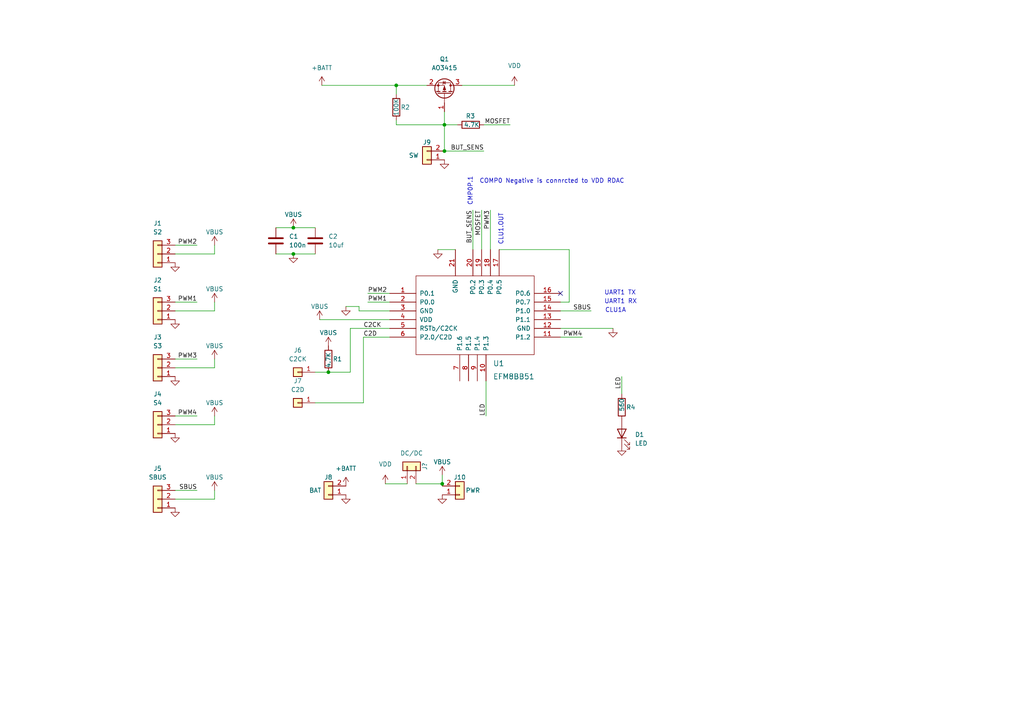
<source format=kicad_sch>
(kicad_sch (version 20211123) (generator eeschema)
  (paper "A4")
  (lib_symbols
    (symbol "Connector_Generic:Conn_01x01" (pin_names (offset 1.016) hide)
      (property "Reference" "J" (at 0 2.54 0))
      (property "Value" "Conn_01x01" (at 0 -2.54 0))
      (symbol "Conn_01x01_1_1"
        (rectangle (start -1.27 0.127) (end 0 -0.127) (stroke (width 0.1524)))
        (rectangle (start -1.27 1.27) (end 1.27 -1.27) (stroke (width 0.254)) (fill (type background)))
        (pin passive line (at -5.08 0 0) (length 3.81) (name "Pin_1") (number "1"))
      )
    )
    (symbol "Connector_Generic:Conn_01x02" (pin_names (offset 1.016) hide)
      (property "Reference" "J" (at 0 2.54 0))
      (property "Value" "Conn_01x02" (at 0 -5.08 0))
      (symbol "Conn_01x02_1_1"
        (rectangle (start -1.27 -2.413) (end 0 -2.667) (stroke (width 0.1524)))
        (rectangle (start -1.27 0.127) (end 0 -0.127) (stroke (width 0.1524)))
        (rectangle (start -1.27 1.27) (end 1.27 -3.81) (stroke (width 0.254)) (fill (type background)))
        (pin passive line (at -5.08 0 0) (length 3.81) (name "Pin_1") (number "1"))
        (pin passive line (at -5.08 -2.54 0) (length 3.81) (name "Pin_2") (number "2"))
      )
    )
    (symbol "Connector_Generic:Conn_01x03" (pin_names (offset 1.016) hide)
      (property "Reference" "J" (at 0 5.08 0))
      (property "Value" "Conn_01x03" (at 0 -5.08 0))
      (symbol "Conn_01x03_1_1"
        (rectangle (start -1.27 -2.413) (end 0 -2.667) (stroke (width 0.1524)))
        (rectangle (start -1.27 0.127) (end 0 -0.127) (stroke (width 0.1524)))
        (rectangle (start -1.27 2.667) (end 0 2.413) (stroke (width 0.1524)))
        (rectangle (start -1.27 3.81) (end 1.27 -3.81) (stroke (width 0.254)) (fill (type background)))
        (pin passive line (at -5.08 2.54 0) (length 3.81) (name "Pin_1") (number "1"))
        (pin passive line (at -5.08 0 0) (length 3.81) (name "Pin_2") (number "2"))
        (pin passive line (at -5.08 -2.54 0) (length 3.81) (name "Pin_3") (number "3"))
      )
    )
    (symbol "Device:C" (pin_numbers hide) (pin_names (offset 0.254))
      (property "Reference" "C" (at 0.635 2.54 0))
      (property "Value" "C" (at 0.635 -2.54 0))
      (symbol "C_0_1"
        (polyline (pts (xy -2.032 -0.762) (xy 2.032 -0.762)) (stroke (width 0.508)))
        (polyline (pts (xy -2.032 0.762) (xy 2.032 0.762)) (stroke (width 0.508)))
      )
      (symbol "C_1_1"
        (pin passive line (at 0 3.81 270) (length 2.794) (name "~") (number "1"))
        (pin passive line (at 0 -3.81 90) (length 2.794) (name "~") (number "2"))
      )
    )
    (symbol "Device:LED" (pin_numbers hide) (pin_names (offset 1.016) hide)
      (property "Reference" "D" (at 0 2.54 0))
      (property "Value" "LED" (at 0 -2.54 0))
      (symbol "LED_0_1"
        (polyline (pts (xy -1.27 -1.27) (xy -1.27 1.27)) (stroke (width 0.254)))
        (polyline (pts (xy -1.27 0) (xy 1.27 0)))
        (polyline (pts (xy 1.27 -1.27) (xy 1.27 1.27) (xy -1.27 0) (xy 1.27 -1.27)) (stroke (width 0.254)))
        (polyline (pts (xy -3.048 -0.762) (xy -4.572 -2.286) (xy -3.81 -2.286) (xy -4.572 -2.286) (xy -4.572 -1.524)))
        (polyline (pts (xy -1.778 -0.762) (xy -3.302 -2.286) (xy -2.54 -2.286) (xy -3.302 -2.286) (xy -3.302 -1.524)))
      )
      (symbol "LED_1_1"
        (pin passive line (at -3.81 0 0) (length 2.54) (name "K") (number "1"))
        (pin passive line (at 3.81 0 180) (length 2.54) (name "A") (number "2"))
      )
    )
    (symbol "Device:Q_PMOS_GSD" (pin_names (offset 0) hide)
      (property "Reference" "Q" (at 5.08 1.27 0))
      (property "Value" "Q_PMOS_GSD" (at 5.08 -1.27 0))
      (symbol "Q_PMOS_GSD_0_1"
        (polyline (pts (xy 0.254 0) (xy -2.54 0)))
        (polyline (pts (xy 0.254 1.905) (xy 0.254 -1.905)) (stroke (width 0.254)))
        (polyline (pts (xy 0.762 -1.27) (xy 0.762 -2.286)) (stroke (width 0.254)))
        (polyline (pts (xy 0.762 0.508) (xy 0.762 -0.508)) (stroke (width 0.254)))
        (polyline (pts (xy 0.762 2.286) (xy 0.762 1.27)) (stroke (width 0.254)))
        (polyline (pts (xy 2.54 2.54) (xy 2.54 1.778)))
        (polyline (pts (xy 2.54 -2.54) (xy 2.54 0) (xy 0.762 0)))
        (polyline (pts (xy 0.762 1.778) (xy 3.302 1.778) (xy 3.302 -1.778) (xy 0.762 -1.778)))
        (polyline (pts (xy 2.286 0) (xy 1.27 0.381) (xy 1.27 -0.381) (xy 2.286 0)) (fill (type outline)))
        (polyline (pts (xy 2.794 -0.508) (xy 2.921 -0.381) (xy 3.683 -0.381) (xy 3.81 -0.254)))
        (polyline (pts (xy 3.302 -0.381) (xy 2.921 0.254) (xy 3.683 0.254) (xy 3.302 -0.381)))
        (circle (center 1.651 0) (radius 2.794) (stroke (width 0.254)))
        (circle (center 2.54 -1.778) (radius 0.254) (fill (type outline)))
        (circle (center 2.54 1.778) (radius 0.254) (fill (type outline)))
      )
      (symbol "Q_PMOS_GSD_1_1"
        (pin input line (at -5.08 0 0) (length 2.54) (name "G") (number "1"))
        (pin passive line (at 2.54 -5.08 90) (length 2.54) (name "S") (number "2"))
        (pin passive line (at 2.54 5.08 270) (length 2.54) (name "D") (number "3"))
      )
    )
    (symbol "Device:R" (pin_numbers hide) (pin_names (offset 0))
      (property "Reference" "R" (at 2.032 0 90))
      (property "Value" "R" (at 0 0 90))
      (symbol "R_0_1"
        (rectangle (start -1.016 -2.54) (end 1.016 2.54) (stroke (width 0.254)))
      )
      (symbol "R_1_1"
        (pin passive line (at 0 3.81 270) (length 1.27) (name "~") (number "1"))
        (pin passive line (at 0 -3.81 90) (length 1.27) (name "~") (number "2"))
      )
    )
    (symbol "KiCadCustomLibraries:EFM8BB21" (pin_names (offset 1.016))
      (property "Reference" "U" (at 0 1.27 0))
      (property "Value" "EFM8BB21" (at 0 3.81 0))
      (symbol "EFM8BB21_0_1"
        (rectangle (start -16.51 12.7) (end 17.78 -10.16))
      )
      (symbol "EFM8BB21_1_1"
        (pin input line (at -24.13 7.62 0) (length 7.62) (name "P0.1") (number "1"))
        (pin input line (at 3.81 -17.78 90) (length 7.62) (name "P1.3") (number "10"))
        (pin input line (at 25.4 -5.08 180) (length 7.62) (name "P1.2") (number "11"))
        (pin input line (at 25.4 -2.54 180) (length 7.62) (name "GND") (number "12"))
        (pin input line (at 25.4 0 180) (length 7.62) (name "P1.1") (number "13"))
        (pin input line (at 25.4 2.54 180) (length 7.62) (name "P1.0") (number "14"))
        (pin input line (at 25.4 5.08 180) (length 7.62) (name "P0.7") (number "15"))
        (pin input line (at 25.4 7.62 180) (length 7.62) (name "P0.6") (number "16"))
        (pin input line (at 7.62 20.32 270) (length 7.62) (name "P0.5") (number "17"))
        (pin input line (at 5.08 20.32 270) (length 7.62) (name "P0.4") (number "18"))
        (pin input line (at 2.54 20.32 270) (length 7.62) (name "P0.3") (number "19"))
        (pin input line (at -24.13 5.08 0) (length 7.62) (name "P0.0") (number "2"))
        (pin input line (at 0 20.32 270) (length 7.62) (name "P0.2") (number "20"))
        (pin input line (at -5.08 20.32 270) (length 7.62) (name "GND") (number "21"))
        (pin input line (at -24.13 2.54 0) (length 7.62) (name "GND") (number "3"))
        (pin input line (at -24.13 0 0) (length 7.62) (name "VDD") (number "4"))
        (pin input line (at -24.13 -2.54 0) (length 7.62) (name "RSTb/C2CK") (number "5"))
        (pin input line (at -24.13 -5.08 0) (length 7.62) (name "P2.0/C2D") (number "6"))
        (pin input line (at -3.81 -17.78 90) (length 7.62) (name "P1.6") (number "7"))
        (pin input line (at -1.27 -17.78 90) (length 7.62) (name "P1.5") (number "8"))
        (pin input line (at 1.27 -17.78 90) (length 7.62) (name "P1.4") (number "9"))
      )
    )
    (symbol "power:+BATT" (power) (pin_names (offset 0))
      (property "Value" "+BATT" (at 0 3.556 0))
      (symbol "+BATT_0_1"
        (polyline (pts (xy -0.762 1.27) (xy 0 2.54)))
        (polyline (pts (xy 0 0) (xy 0 2.54)))
        (polyline (pts (xy 0 2.54) (xy 0.762 1.27)))
      )
      (symbol "+BATT_1_1"
        (pin power_in line (at 0 0 90) (length 0) hide (name "+BATT") (number "1"))
      )
    )
    (symbol "power:GND" (power) (pin_names (offset 0))
      (property "Value" "GND" (at 0 -3.81 0))
      (symbol "GND_0_1"
        (polyline (pts (xy 0 0) (xy 0 -1.27) (xy 1.27 -1.27) (xy 0 -2.54) (xy -1.27 -1.27) (xy 0 -1.27)))
      )
      (symbol "GND_1_1"
        (pin power_in line (at 0 0 270) (length 0) hide (name "GND") (number "1"))
      )
    )
    (symbol "power:VBUS" (power) (pin_names (offset 0))
      (property "Value" "VBUS" (at 0 3.81 0))
      (symbol "VBUS_0_1"
        (polyline (pts (xy -0.762 1.27) (xy 0 2.54)))
        (polyline (pts (xy 0 0) (xy 0 2.54)))
        (polyline (pts (xy 0 2.54) (xy 0.762 1.27)))
      )
      (symbol "VBUS_1_1"
        (pin power_in line (at 0 0 90) (length 0) hide (name "VBUS") (number "1"))
      )
    )
    (symbol "power:VDD" (power) (pin_names (offset 0))
      (property "Value" "VDD" (at 0 3.81 0))
      (symbol "VDD_0_1"
        (polyline (pts (xy -0.762 1.27) (xy 0 2.54)))
        (polyline (pts (xy 0 0) (xy 0 2.54)))
        (polyline (pts (xy 0 2.54) (xy 0.762 1.27)))
      )
      (symbol "VDD_1_1"
        (pin power_in line (at 0 0 90) (length 0) hide (name "VDD") (number "1"))
      )
    )
  )
  (junction (at 95.25 107.95))
  (junction (at 128.27 140.335))
  (junction (at 128.905 36.195))
  (junction (at 128.905 43.815))
  (junction (at 85.09 66.04))
  (junction (at 114.935 24.765))
  (junction (at 85.09 73.66))
  (no_connect (at 162.56 85.09))
  (wire (pts (xy 162.56 95.25) (xy 177.8 95.25)))
  (wire (pts (xy 62.23 120.65) (xy 62.23 123.19)))
  (wire (pts (xy 127 72.39) (xy 132.08 72.39)))
  (wire (pts (xy 50.8 120.65) (xy 57.15 120.65)))
  (wire (pts (xy 85.09 66.04) (xy 91.44 66.04)))
  (wire (pts (xy 139.7 60.96) (xy 139.7 72.39)))
  (wire (pts (xy 50.8 87.63) (xy 57.15 87.63)))
  (wire (pts (xy 50.8 144.78) (xy 62.23 144.78)))
  (wire (pts (xy 137.16 60.96) (xy 137.16 72.39)))
  (wire (pts (xy 114.935 34.925) (xy 114.935 36.195)))
  (wire (pts (xy 93.345 24.765) (xy 114.935 24.765)))
  (wire (pts (xy 62.23 87.63) (xy 62.23 90.17)))
  (wire (pts (xy 101.6 95.25) (xy 101.6 107.95)))
  (wire (pts (xy 120.65 140.335) (xy 128.27 140.335)))
  (wire (pts (xy 85.09 73.66) (xy 91.44 73.66)))
  (wire (pts (xy 80.01 73.66) (xy 85.09 73.66)))
  (wire (pts (xy 162.56 97.79) (xy 168.91 97.79)))
  (wire (pts (xy 180.34 109.22) (xy 180.34 114.3)))
  (wire (pts (xy 62.23 71.12) (xy 62.23 73.66)))
  (wire (pts (xy 128.905 43.815) (xy 140.335 43.815)))
  (wire (pts (xy 114.935 36.195) (xy 128.905 36.195)))
  (wire (pts (xy 105.41 116.84) (xy 105.41 97.79)))
  (wire (pts (xy 50.8 73.66) (xy 62.23 73.66)))
  (wire (pts (xy 142.24 60.96) (xy 142.24 72.39)))
  (wire (pts (xy 128.27 140.335) (xy 128.27 140.97)))
  (wire (pts (xy 162.56 90.17) (xy 171.45 90.17)))
  (wire (pts (xy 162.56 87.63) (xy 165.1 87.63)))
  (wire (pts (xy 106.68 85.09) (xy 113.03 85.09)))
  (wire (pts (xy 140.335 36.195) (xy 147.955 36.195)))
  (wire (pts (xy 106.68 87.63) (xy 113.03 87.63)))
  (wire (pts (xy 114.935 24.765) (xy 123.825 24.765)))
  (wire (pts (xy 113.03 90.17) (xy 104.14 90.17)))
  (wire (pts (xy 128.27 137.795) (xy 128.27 140.335)))
  (wire (pts (xy 133.985 24.765) (xy 149.225 24.765)))
  (wire (pts (xy 165.1 87.63) (xy 165.1 72.39)))
  (wire (pts (xy 62.23 142.24) (xy 62.23 144.78)))
  (wire (pts (xy 80.01 66.04) (xy 85.09 66.04)))
  (wire (pts (xy 92.71 92.71) (xy 113.03 92.71)))
  (wire (pts (xy 104.14 90.17) (xy 104.14 88.9)))
  (wire (pts (xy 101.6 107.95) (xy 95.25 107.95)))
  (wire (pts (xy 50.8 123.19) (xy 62.23 123.19)))
  (wire (pts (xy 114.935 24.765) (xy 114.935 27.305)))
  (wire (pts (xy 50.8 104.14) (xy 57.15 104.14)))
  (wire (pts (xy 140.97 110.49) (xy 140.97 120.65)))
  (wire (pts (xy 128.905 36.195) (xy 128.905 43.815)))
  (wire (pts (xy 95.25 107.95) (xy 91.44 107.95)))
  (wire (pts (xy 128.905 36.195) (xy 128.905 32.385)))
  (wire (pts (xy 128.905 36.195) (xy 132.715 36.195)))
  (wire (pts (xy 50.8 90.17) (xy 62.23 90.17)))
  (wire (pts (xy 50.8 106.68) (xy 62.23 106.68)))
  (wire (pts (xy 104.14 88.9) (xy 100.33 88.9)))
  (wire (pts (xy 62.23 104.14) (xy 62.23 106.68)))
  (wire (pts (xy 91.44 116.84) (xy 105.41 116.84)))
  (wire (pts (xy 105.41 97.79) (xy 113.03 97.79)))
  (wire (pts (xy 50.8 71.12) (xy 57.15 71.12)))
  (wire (pts (xy 111.76 140.335) (xy 118.11 140.335)))
  (wire (pts (xy 165.1 72.39) (xy 144.78 72.39)))
  (wire (pts (xy 101.6 95.25) (xy 113.03 95.25)))
  (wire (pts (xy 50.8 142.24) (xy 57.15 142.24)))
  (text "UART1 TX" (at 175.26 85.725 0) (effects (font (size 1.27 1.27)) (justify left bottom)))
  (text "UART1 RX" (at 175.26 88.265 0) (effects (font (size 1.27 1.27)) (justify left bottom)))
  (text "COMP0 Negative is connrcted to VDD RDAC" (at 139.065 53.34 0) (effects (font (size 1.27 1.27)) (justify left bottom)))
  (text "CLU1.OUT" (at 146.05 71.12 90) (effects (font (size 1.27 1.27)) (justify left bottom)))
  (text "CMP0P.1 " (at 137.16 59.69 90) (effects (font (size 1.27 1.27)) (justify left bottom)))
  (text "CLU1A" (at 181.61 90.805 180) (effects (font (size 1.27 1.27)) (justify right bottom)))
  (label "C2CK" (at 105.41 95.25 0))
  (label "BUT_SENS" (at 140.335 43.815 180))
  (label "MOSFET" (at 147.955 36.195 180))
  (label "C2D" (at 105.41 97.79 0))
  (label "PWM4" (at 57.15 120.65 180))
  (label "PWM3" (at 142.24 60.96 270))
  (label "PWM2" (at 57.15 71.12 180))
  (label "PWM2" (at 106.68 85.09 0))
  (label "PWM1" (at 57.15 87.63 180))
  (label "LED" (at 180.34 109.22 270))
  (label "BUT_SENS" (at 137.16 60.96 270))
  (label "SBUS" (at 57.15 142.24 180))
  (label "LED" (at 140.97 120.65 90))
  (label "PWM1" (at 106.68 87.63 0))
  (label "MOSFET" (at 139.7 60.96 270))
  (label "SBUS" (at 171.45 90.17 180))
  (label "PWM3" (at 57.15 104.14 180))
  (label "PWM4" (at 168.91 97.79 180))
  (symbol (lib_id "Device:LED") (at 180.34 125.73 90) (unit 1)
    (property "Reference" "D1" (at 184.15 126.0474 90) (effects (justify right)))
    (property "Value" "LED" (at 184.15 128.5874 90) (effects (justify right)))
    (property "Footprint" "LED_SMD:LED_0805_2012Metric" (effects hide))
  )
  (symbol (lib_id "power:VDD") (at 149.225 24.765 0) (unit 1)
    (property "Reference" "#PWR?" (effects hide))
    (property "Value" "VDD" (at 149.225 19.05 0))
  )
  (symbol (lib_id "power:VBUS") (at 95.25 100.33 0) (unit 1)
    (property "Reference" "#PWR015" (effects hide))
    (property "Value" "VBUS" (at 95.25 96.52 0))
  )
  (symbol (lib_id "Connector_Generic:Conn_01x03") (at 45.72 144.78 180) (unit 1)
    (property "Reference" "J5" (at 45.72 135.89 0))
    (property "Value" "SBUS" (at 45.72 138.43 0))
    (property "Footprint" "KiCadCustomLibs:Pads_prog_3pin1.25mm" (effects hide))
  )
  (symbol (lib_id "power:GND") (at 180.34 129.54 0) (mirror y) (unit 1)
    (property "Reference" "#PWR025" (effects hide))
    (property "Value" "GND" (effects hide))
  )
  (symbol (lib_id "Connector_Generic:Conn_01x03") (at 45.72 106.68 180) (unit 1)
    (property "Reference" "J3" (at 45.72 97.79 0))
    (property "Value" "S3" (at 45.72 100.33 0))
    (property "Footprint" "KiCadCustomLibs:Pads_prog_3pin1.25mm" (effects hide))
  )
  (symbol (lib_id "Connector_Generic:Conn_01x02") (at 133.35 143.51 0) (mirror x) (unit 1)
    (property "Reference" "J10" (at 133.35 138.43 0))
    (property "Value" "PWR" (at 137.16 142.24 0))
    (property "Footprint" "KiCadCustomLibs:Conn_1x02_2.54_0.9mm" (effects hide))
  )
  (symbol (lib_id "power:GND") (at 127 72.39 0) (unit 1)
    (property "Reference" "#PWR019" (effects hide))
    (property "Value" "GND" (effects hide))
  )
  (symbol (lib_id "Device:Q_PMOS_GSD") (at 128.905 27.305 270) (mirror x) (unit 1)
    (property "Reference" "Q1" (at 128.905 17.145 90))
    (property "Value" "AO3415" (at 128.905 19.685 90))
    (property "Footprint" "Package_TO_SOT_SMD:SOT-23" (effects hide))
  )
  (symbol (lib_id "Device:R") (at 114.935 31.115 0) (unit 1)
    (property "Reference" "R2" (at 116.205 31.115 0) (effects (justify left)))
    (property "Value" "100K" (at 114.935 33.655 90) (effects (justify left)))
    (property "Footprint" "Resistor_SMD:R_0603_1608Metric" (effects hide))
  )
  (symbol (lib_id "power:GND") (at 50.8 147.32 0) (unit 1)
    (property "Reference" "#PWR05" (effects hide))
    (property "Value" "GND" (effects hide))
  )
  (symbol (lib_id "Device:C") (at 91.44 69.85 0) (unit 1)
    (property "Reference" "C2" (at 95.25 68.5799 0) (effects (justify left)))
    (property "Value" "10uf" (at 95.25 71.1199 0) (effects (justify left)))
    (property "Footprint" "Capacitor_SMD:C_0603_1608Metric" (effects hide))
  )
  (symbol (lib_id "power:GND") (at 100.33 88.9 0) (unit 1)
    (property "Reference" "#PWR016" (effects hide))
    (property "Value" "GND" (effects hide))
  )
  (symbol (lib_id "power:+BATT") (at 100.33 140.97 0) (unit 1)
    (property "Reference" "#PWR017" (effects hide))
    (property "Value" "+BATT" (at 100.33 135.89 0))
  )
  (symbol (lib_id "power:VBUS") (at 62.23 120.65 0) (unit 1)
    (property "Reference" "#PWR09" (effects hide))
    (property "Value" "VBUS" (at 62.23 116.84 0))
  )
  (symbol (lib_id "power:GND") (at 50.8 76.2 0) (unit 1)
    (property "Reference" "#PWR01" (effects hide))
    (property "Value" "GND" (effects hide))
  )
  (symbol (lib_id "power:GND") (at 177.8 95.25 0) (unit 1)
    (property "Reference" "#PWR024" (effects hide))
    (property "Value" "GND" (effects hide))
  )
  (symbol (lib_id "Connector_Generic:Conn_01x03") (at 45.72 123.19 180) (unit 1)
    (property "Reference" "J4" (at 45.72 114.3 0))
    (property "Value" "S4" (at 45.72 116.84 0))
    (property "Footprint" "KiCadCustomLibs:Pads_prog_3pin1.25mm" (effects hide))
  )
  (symbol (lib_id "Connector_Generic:Conn_01x02") (at 95.25 143.51 180) (unit 1)
    (property "Reference" "J8" (at 95.25 138.43 0))
    (property "Value" "BAT" (at 91.44 142.24 0))
    (property "Footprint" "KiCadCustomLibs:Conn_1x02_2.54_0.9mm" (effects hide))
  )
  (symbol (lib_id "Connector_Generic:Conn_01x01") (at 86.36 116.84 180) (unit 1)
    (property "Reference" "J7" (at 86.36 110.49 0))
    (property "Value" "C2D" (at 86.36 113.03 0))
    (property "Footprint" "KiCadCustomLibs:RC_PAD_TRIANGLE" (effects hide))
  )
  (symbol (lib_id "power:GND") (at 50.8 125.73 0) (unit 1)
    (property "Reference" "#PWR04" (effects hide))
    (property "Value" "GND" (effects hide))
  )
  (symbol (lib_id "power:VBUS") (at 85.09 66.04 0) (unit 1)
    (property "Reference" "#PWR011" (effects hide))
    (property "Value" "VBUS" (at 85.09 62.23 0))
  )
  (symbol (lib_id "power:+BATT") (at 93.345 24.765 0) (unit 1)
    (property "Reference" "#PWR014" (effects hide))
    (property "Value" "+BATT" (at 93.345 19.685 0))
  )
  (symbol (lib_id "Connector_Generic:Conn_01x02") (at 123.825 46.355 180) (unit 1)
    (property "Reference" "J9" (at 123.825 41.275 0))
    (property "Value" "SW" (at 120.015 45.085 0))
    (property "Footprint" "KiCadCustomLibs:XFL2006-inductor" (effects hide))
  )
  (symbol (lib_id "power:VBUS") (at 62.23 104.14 0) (unit 1)
    (property "Reference" "#PWR08" (effects hide))
    (property "Value" "VBUS" (at 62.23 100.33 0))
  )
  (symbol (lib_id "power:VBUS") (at 92.71 92.71 0) (unit 1)
    (property "Reference" "#PWR013" (effects hide))
    (property "Value" "VBUS" (at 92.71 88.9 0))
  )
  (symbol (lib_id "Device:R") (at 95.25 104.14 0) (unit 1)
    (property "Reference" "R1" (at 96.52 104.14 0) (effects (justify left)))
    (property "Value" "4.7K" (at 95.25 106.68 90) (effects (justify left)))
    (property "Footprint" "Resistor_SMD:R_0603_1608Metric" (effects hide))
  )
  (symbol (lib_id "power:VBUS") (at 62.23 87.63 0) (unit 1)
    (property "Reference" "#PWR07" (effects hide))
    (property "Value" "VBUS" (at 62.23 83.82 0))
  )
  (symbol (lib_id "Connector_Generic:Conn_01x02") (at 118.11 135.255 90) (unit 1)
    (property "Reference" "J?" (at 123.19 135.255 0))
    (property "Value" "DC/DC" (at 119.38 131.445 90))
    (property "Footprint" "KiCadCustomLibs:XFL2006-inductor" (effects hide))
  )
  (symbol (lib_id "power:GND") (at 50.8 109.22 0) (unit 1)
    (property "Reference" "#PWR03" (effects hide))
    (property "Value" "GND" (effects hide))
  )
  (symbol (lib_id "power:VBUS") (at 128.27 137.795 0) (unit 1)
    (property "Reference" "#PWR020" (effects hide))
    (property "Value" "VBUS" (at 128.27 133.985 0))
  )
  (symbol (lib_id "power:GND") (at 128.905 46.355 0) (unit 1)
    (property "Reference" "#PWR022" (effects hide))
    (property "Value" "GND" (effects hide))
  )
  (symbol (lib_id "Connector_Generic:Conn_01x03") (at 45.72 73.66 180) (unit 1)
    (property "Reference" "J1" (at 45.72 64.77 0))
    (property "Value" "S2" (at 45.72 67.31 0))
    (property "Footprint" "KiCadCustomLibs:Pads_prog_3pin1.25mm" (effects hide))
  )
  (symbol (lib_id "Device:R") (at 136.525 36.195 90) (unit 1)
    (property "Reference" "R3" (at 137.795 33.655 90) (effects (justify left)))
    (property "Value" "4.7K" (at 139.065 36.195 90) (effects (justify left)))
    (property "Footprint" "Resistor_SMD:R_0603_1608Metric" (effects hide))
  )
  (symbol (lib_id "Connector_Generic:Conn_01x01") (at 86.36 107.95 180) (unit 1)
    (property "Reference" "J6" (at 86.36 101.6 0))
    (property "Value" "C2CK" (at 86.36 104.14 0))
    (property "Footprint" "KiCadCustomLibs:RC_PAD_TRIANGLE" (effects hide))
  )
  (symbol (lib_id "Connector_Generic:Conn_01x03") (at 45.72 90.17 180) (unit 1)
    (property "Reference" "J2" (at 45.72 81.28 0))
    (property "Value" "S1" (at 45.72 83.82 0))
    (property "Footprint" "KiCadCustomLibs:Pads_prog_3pin1.25mm" (effects hide))
  )
  (symbol (lib_id "power:GND") (at 50.8 92.71 0) (unit 1)
    (property "Reference" "#PWR02" (effects hide))
    (property "Value" "GND" (effects hide))
  )
  (symbol (lib_id "power:GND") (at 85.09 73.66 0) (unit 1)
    (property "Reference" "#PWR012" (effects hide))
    (property "Value" "GND" (effects hide))
  )
  (symbol (lib_id "power:VDD") (at 111.76 140.335 0) (unit 1)
    (property "Reference" "#PWR?" (effects hide))
    (property "Value" "VDD" (at 111.76 134.62 0))
  )
  (symbol (lib_id "power:GND") (at 100.33 143.51 0) (unit 1)
    (property "Reference" "#PWR018" (effects hide))
    (property "Value" "GND" (effects hide))
  )
  (symbol (lib_id "power:VBUS") (at 62.23 71.12 0) (unit 1)
    (property "Reference" "#PWR06" (effects hide))
    (property "Value" "VBUS" (at 62.23 67.31 0))
  )
  (symbol (lib_id "Device:C") (at 80.01 69.85 0) (unit 1)
    (property "Reference" "C1" (at 83.82 68.5799 0) (effects (justify left)))
    (property "Value" "100n" (at 83.82 71.1199 0) (effects (justify left)))
    (property "Footprint" "Capacitor_SMD:C_0603_1608Metric" (effects hide))
  )
  (symbol (lib_id "power:GND") (at 128.27 143.51 0) (mirror y) (unit 1)
    (property "Reference" "#PWR021" (effects hide))
    (property "Value" "GND" (effects hide))
  )
  (symbol (lib_id "Device:R") (at 180.34 118.11 0) (unit 1)
    (property "Reference" "R4" (at 181.61 118.11 0) (effects (justify left)))
    (property "Value" "560" (at 180.34 119.38 90) (effects (justify left)))
    (property "Footprint" "Resistor_SMD:R_0603_1608Metric" (effects hide))
  )
  (symbol (lib_id "KiCadCustomLibraries:EFM8BB21") (at 137.16 92.71 0) (unit 1)
    (property "Reference" "U1" (at 142.9894 105.41 0) (effects (font (size 1.524 1.524)) (justify left)))
    (property "Value" "EFM8BB51" (at 142.9894 109.22 0) (effects (font (size 1.524 1.524)) (justify left)))
    (property "Footprint" "KiCadCustomLibs:QFN20" (effects hide))
  )
  (symbol (lib_id "power:VBUS") (at 62.23 142.24 0) (unit 1)
    (property "Reference" "#PWR010" (effects hide))
    (property "Value" "VBUS" (at 62.23 138.43 0))
  )
)
</source>
